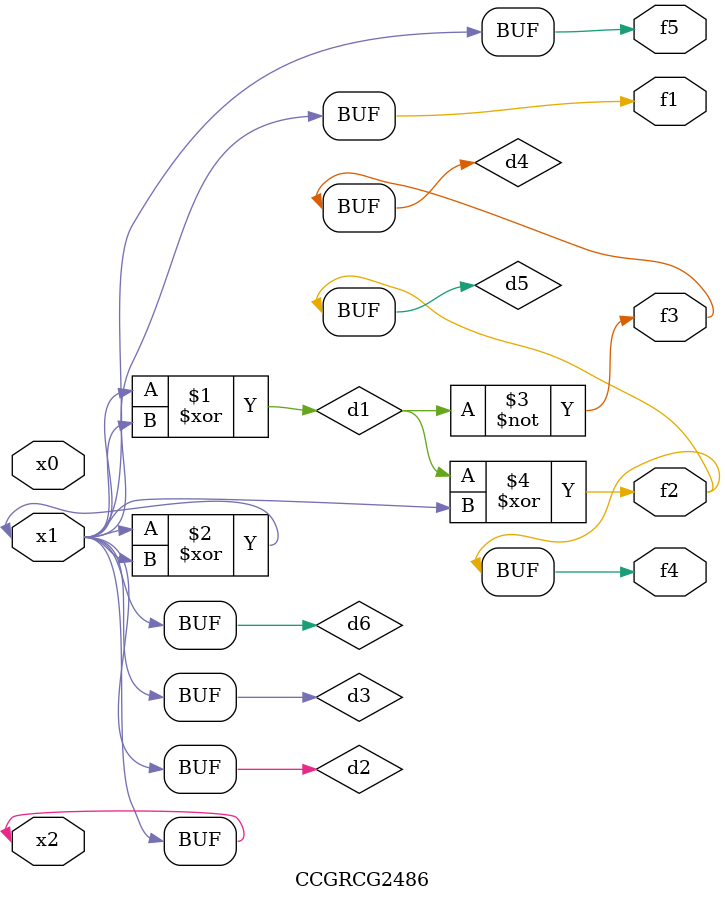
<source format=v>
module CCGRCG2486(
	input x0, x1, x2,
	output f1, f2, f3, f4, f5
);

	wire d1, d2, d3, d4, d5, d6;

	xor (d1, x1, x2);
	buf (d2, x1, x2);
	xor (d3, x1, x2);
	nor (d4, d1);
	xor (d5, d1, d2);
	buf (d6, d2, d3);
	assign f1 = d6;
	assign f2 = d5;
	assign f3 = d4;
	assign f4 = d5;
	assign f5 = d6;
endmodule

</source>
